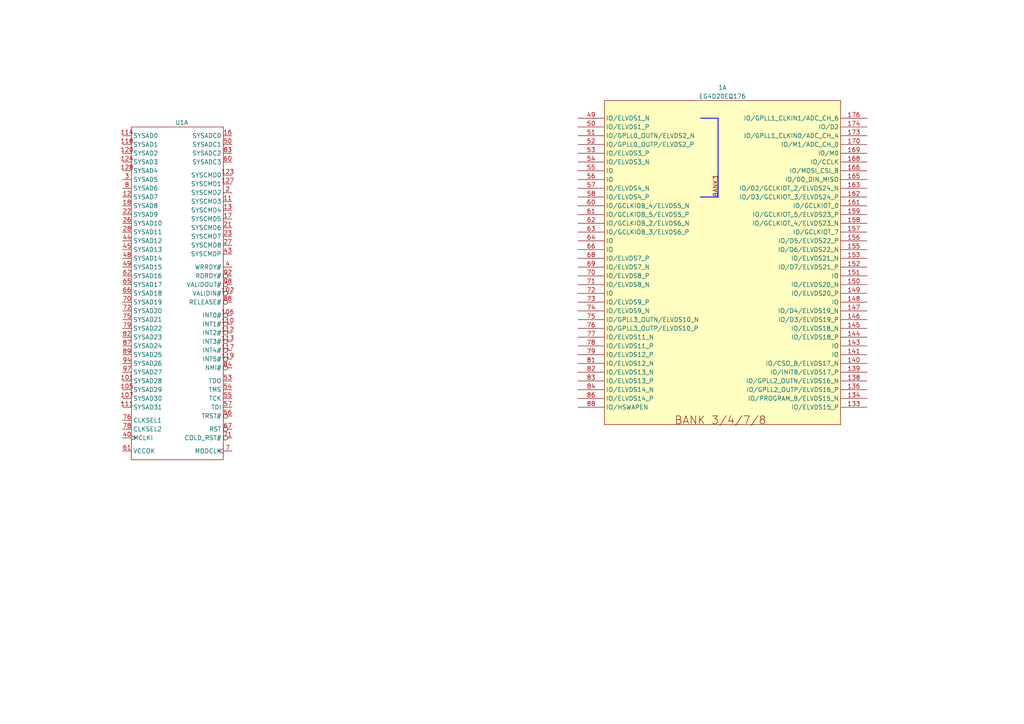
<source format=kicad_sch>
(kicad_sch (version 20230121) (generator eeschema)
  (paper "A4")
  (lib_symbols
    (symbol "LS32_ISA_MB_Library:EG4D20EQ176"
      (property "Value" "EG4D20EQ176" (at 13.97 -16.51 0))
      (symbol "EG4D20EQ176_1_0"
        (polyline (pts (xy 35.56 73.66) (xy 40.64 73.66) (xy 40.64 50.8) (xy 35.56 50.8)) (stroke (width 0.254) (color 0 0 255 1)))
        (rectangle (start 7.62 78.74) (end 76.2 -15.24) (fill (type background)))
        (text "BANK 3/4/7/8" (at 27.94 -15.24 0) (effects (font (size 2.286 2.286)) (justify left bottom)))
        (text "BANK3" (at 40.64 50.8 900) (effects (font (size 1.27 1.27)) (justify left bottom)))
        (pin passive line (at 83.82 -10.16 180) (length 7.62) (name "IO/ELVDS15_P") (number "133"))
        (pin passive line (at 83.82 -7.62 180) (length 7.62) (name "IO/PROGRAM_B/ELVDS15_N") (number "134"))
        (pin passive line (at 83.82 -5.08 180) (length 7.62) (name "IO/GPLL2_OUTP/ELVDS16_P") (number "136"))
        (pin passive line (at 83.82 -2.54 180) (length 7.62) (name "IO/GPLL2_OUTN/ELVDS16_N") (number "138"))
        (pin passive line (at 83.82 0 180) (length 7.62) (name "IO/INITB/ELVDS17_P") (number "139"))
        (pin passive line (at 83.82 2.54 180) (length 7.62) (name "IO/CSO_B/ELVDS17_N") (number "140"))
        (pin passive line (at 83.82 5.08 180) (length 7.62) (name "IO") (number "141"))
        (pin passive line (at 83.82 7.62 180) (length 7.62) (name "IO") (number "143"))
        (pin passive line (at 83.82 10.16 180) (length 7.62) (name "IO/ELVDS18_P") (number "144"))
        (pin passive line (at 83.82 12.7 180) (length 7.62) (name "IO/ELVDS18_N") (number "145"))
        (pin passive line (at 83.82 15.24 180) (length 7.62) (name "IO/D3/ELVDS19_P") (number "146"))
        (pin passive line (at 83.82 17.78 180) (length 7.62) (name "IO/D4/ELVDS19_N") (number "147"))
        (pin passive line (at 83.82 20.32 180) (length 7.62) (name "IO") (number "148"))
        (pin passive line (at 83.82 22.86 180) (length 7.62) (name "IO/ELVDS20_P") (number "149"))
        (pin passive line (at 83.82 25.4 180) (length 7.62) (name "IO/ELVDS20_N") (number "150"))
        (pin passive line (at 83.82 27.94 180) (length 7.62) (name "IO") (number "151"))
        (pin passive line (at 83.82 30.48 180) (length 7.62) (name "IO/D7/ELVDS21_P") (number "152"))
        (pin passive line (at 83.82 33.02 180) (length 7.62) (name "IO/ELVDS21_N") (number "153"))
        (pin passive line (at 83.82 35.56 180) (length 7.62) (name "IO/D6/ELVDS22_N") (number "155"))
        (pin passive line (at 83.82 38.1 180) (length 7.62) (name "IO/D5/ELVDS22_P") (number "156"))
        (pin passive line (at 83.82 40.64 180) (length 7.62) (name "IO/GCLKIOT_7") (number "157"))
        (pin passive line (at 83.82 43.18 180) (length 7.62) (name "IO/GCLKIOT_4/ELVDS23_N") (number "158"))
        (pin passive line (at 83.82 45.72 180) (length 7.62) (name "IO/GCLKIOT_5/ELVDS23_P") (number "159"))
        (pin passive line (at 83.82 48.26 180) (length 7.62) (name "IO/GCLKIOT_0") (number "161"))
        (pin passive line (at 83.82 50.8 180) (length 7.62) (name "IO/D3/GCLKIOT_3/ELVDS24_P") (number "162"))
        (pin passive line (at 83.82 53.34 180) (length 7.62) (name "IO/D2/GCLKIOT_2/ELVDS24_N") (number "163"))
        (pin passive line (at 83.82 55.88 180) (length 7.62) (name "IO/D0_DIN_MISO") (number "165"))
        (pin passive line (at 83.82 58.42 180) (length 7.62) (name "IO/MOSI_CSI_B") (number "166"))
        (pin passive line (at 83.82 60.96 180) (length 7.62) (name "IO/CCLK") (number "168"))
        (pin passive line (at 83.82 63.5 180) (length 7.62) (name "IO/M0") (number "169"))
        (pin passive line (at 83.82 66.04 180) (length 7.62) (name "IO/M1/ADC_CH_0") (number "170"))
        (pin passive line (at 83.82 68.58 180) (length 7.62) (name "IO/GPLL1_CLKIN0/ADC_CH_4") (number "173"))
        (pin passive line (at 83.82 71.12 180) (length 7.62) (name "IO/D2") (number "174"))
        (pin passive line (at 83.82 73.66 180) (length 7.62) (name "IO/GPLL1_CLKIN1/ADC_CH_6") (number "176"))
        (pin passive line (at 0 73.66 0) (length 7.62) (name "IO/ELVDS1_N") (number "49"))
        (pin passive line (at 0 71.12 0) (length 7.62) (name "IO/ELVDS1_P") (number "50"))
        (pin passive line (at 0 68.58 0) (length 7.62) (name "IO/GPLL0_OUTN/ELVDS2_N") (number "51"))
        (pin passive line (at 0 66.04 0) (length 7.62) (name "IO/GPLL0_OUTP/ELVDS2_P") (number "52"))
        (pin passive line (at 0 63.5 0) (length 7.62) (name "IO/ELVDS3_P") (number "53"))
        (pin passive line (at 0 60.96 0) (length 7.62) (name "IO/ELVDS3_N") (number "54"))
        (pin passive line (at 0 58.42 0) (length 7.62) (name "IO") (number "55"))
        (pin passive line (at 0 55.88 0) (length 7.62) (name "IO") (number "56"))
        (pin passive line (at 0 53.34 0) (length 7.62) (name "IO/ELVDS4_N") (number "57"))
        (pin passive line (at 0 50.8 0) (length 7.62) (name "IO/ELVDS4_P") (number "58"))
        (pin passive line (at 0 48.26 0) (length 7.62) (name "IO/GCLKIOB_4/ELVDS5_N") (number "60"))
        (pin passive line (at 0 45.72 0) (length 7.62) (name "IO/GCLKIOB_5/ELVDS5_P") (number "61"))
        (pin passive line (at 0 43.18 0) (length 7.62) (name "IO/GCLKIOB_2/ELVDS6_N") (number "62"))
        (pin passive line (at 0 40.64 0) (length 7.62) (name "IO/GCLKIOB_3/ELVDS6_P") (number "63"))
        (pin passive line (at 0 38.1 0) (length 7.62) (name "IO") (number "64"))
        (pin passive line (at 0 35.56 0) (length 7.62) (name "IO") (number "66"))
        (pin passive line (at 0 33.02 0) (length 7.62) (name "IO/ELVDS7_P") (number "68"))
        (pin passive line (at 0 30.48 0) (length 7.62) (name "IO/ELVDS7_N") (number "69"))
        (pin passive line (at 0 27.94 0) (length 7.62) (name "IO/ELVDS8_P") (number "70"))
        (pin passive line (at 0 25.4 0) (length 7.62) (name "IO/ELVDS8_N") (number "71"))
        (pin passive line (at 0 22.86 0) (length 7.62) (name "IO") (number "72"))
        (pin passive line (at 0 20.32 0) (length 7.62) (name "IO/ELVDS9_P") (number "73"))
        (pin passive line (at 0 17.78 0) (length 7.62) (name "IO/ELVDS9_N") (number "74"))
        (pin passive line (at 0 15.24 0) (length 7.62) (name "IO/GPLL3_OUTN/ELVDS10_N") (number "75"))
        (pin passive line (at 0 12.7 0) (length 7.62) (name "IO/GPLL3_OUTP/ELVDS10_P") (number "76"))
        (pin passive line (at 0 10.16 0) (length 7.62) (name "IO/ELVDS11_N") (number "77"))
        (pin passive line (at 0 7.62 0) (length 7.62) (name "IO/ELVDS11_P") (number "78"))
        (pin passive line (at 0 5.08 0) (length 7.62) (name "IO/ELVDS12_P") (number "79"))
        (pin passive line (at 0 2.54 0) (length 7.62) (name "IO/ELVDS12_N") (number "81"))
        (pin passive line (at 0 0 0) (length 7.62) (name "IO/ELVDS13_N") (number "82"))
        (pin passive line (at 0 -2.54 0) (length 7.62) (name "IO/ELVDS13_P") (number "83"))
        (pin passive line (at 0 -5.08 0) (length 7.62) (name "IO/ELVDS14_N") (number "84"))
        (pin passive line (at 0 -7.62 0) (length 7.62) (name "IO/ELVDS14_P") (number "86"))
        (pin passive line (at 0 -10.16 0) (length 7.62) (name "IO/HSWAPEN") (number "88"))
      )
      (symbol "EG4D20EQ176_2_0"
        (rectangle (start 91.44 55.88) (end 43.18 -33.02) (fill (type background)))
        (text "2.5V IO" (at 45.72 -20.32 0) (effects (font (size 2.286 2.286)) (justify left bottom)))
        (text "BANK 1/2/5/6" (at 45.72 -25.4 0) (effects (font (size 2.286 2.286)) (justify left bottom)))
        (pin passive line (at 35.56 40.64 0) (length 7.62) (name "IO/DONE/LVDS2_P") (number "10"))
        (pin passive line (at 99.06 -7.62 180) (length 7.62) (name "IO/LVDS15_P") (number "100"))
        (pin passive line (at 99.06 -5.08 180) (length 7.62) (name "IO/LVDS15_N") (number "101"))
        (pin passive line (at 99.06 -2.54 180) (length 7.62) (name "IO/LVDS16_N") (number "102"))
        (pin passive line (at 99.06 0 180) (length 7.62) (name "IO/LVDS16_P") (number "103"))
        (pin passive line (at 99.06 2.54 180) (length 7.62) (name "IO") (number "104"))
        (pin passive line (at 99.06 5.08 180) (length 7.62) (name "IO/LVDS17_P") (number "106"))
        (pin passive line (at 99.06 7.62 180) (length 7.62) (name "IO/LVDS17_N") (number "107"))
        (pin passive line (at 99.06 10.16 180) (length 7.62) (name "IO") (number "109"))
        (pin passive line (at 35.56 38.1 0) (length 7.62) (name "IO/LVDS2_N") (number "11"))
        (pin passive line (at 99.06 12.7 180) (length 7.62) (name "IO/LVDS18_N") (number "110"))
        (pin passive line (at 99.06 15.24 180) (length 7.62) (name "IO/LVDS18_P") (number "111"))
        (pin passive line (at 99.06 17.78 180) (length 7.62) (name "IO") (number "112"))
        (pin passive line (at 99.06 20.32 180) (length 7.62) (name "IO") (number "114"))
        (pin passive line (at 99.06 22.86 180) (length 7.62) (name "IO") (number "115"))
        (pin passive line (at 99.06 25.4 180) (length 7.62) (name "IO") (number "118"))
        (pin passive line (at 99.06 27.94 180) (length 7.62) (name "IO") (number "119"))
        (pin passive line (at 99.06 30.48 180) (length 7.62) (name "IO/LVDS19_P") (number "121"))
        (pin passive line (at 99.06 33.02 180) (length 7.62) (name "IO/LVDS19_N") (number "122"))
        (pin passive line (at 99.06 35.56 180) (length 7.62) (name "IO/LVDS20_N") (number "123"))
        (pin passive line (at 99.06 38.1 180) (length 7.62) (name "IO/LVDS20_P") (number "124"))
        (pin passive line (at 99.06 40.64 180) (length 7.62) (name "IO/LVDS21_P") (number "126"))
        (pin passive line (at 99.06 43.18 180) (length 7.62) (name "IO/LVDS21_N") (number "127"))
        (pin passive line (at 99.06 45.72 180) (length 7.62) (name "IO/LVDS22_N") (number "129"))
        (pin passive line (at 99.06 48.26 180) (length 7.62) (name "IO/LVDS22_P") (number "130"))
        (pin passive line (at 99.06 50.8 180) (length 7.62) (name "IO/LVDS23_P") (number "131"))
        (pin passive line (at 99.06 53.34 180) (length 7.62) (name "IO/LVDS23_N") (number "132"))
        (pin passive line (at 35.56 35.56 0) (length 7.62) (name "IO/LVDS3_P") (number "14"))
        (pin passive line (at 35.56 33.02 0) (length 7.62) (name "IO/LVDS3_N") (number "15"))
        (pin passive line (at 35.56 30.48 0) (length 7.62) (name "IO/LVDS4_N") (number "16"))
        (pin passive line (at 35.56 27.94 0) (length 7.62) (name "IO/LVDS4_P") (number "17"))
        (pin passive line (at 35.56 25.4 0) (length 7.62) (name "IO") (number "19"))
        (pin passive line (at 35.56 53.34 0) (length 7.62) (name "IO/LVDS1_N") (number "2"))
        (pin passive line (at 35.56 22.86 0) (length 7.62) (name "IO/GCLKIOL_5/LVDS5_P") (number "22"))
        (pin passive line (at 35.56 20.32 0) (length 7.62) (name "IO/GCLKIOL_4/LVDS5_N") (number "23"))
        (pin passive line (at 35.56 17.78 0) (length 7.62) (name "IO/GCLKIOL_6") (number "25"))
        (pin passive line (at 35.56 15.24 0) (length 7.62) (name "IO/LVDS6_P") (number "26"))
        (pin passive line (at 35.56 12.7 0) (length 7.62) (name "IO/LVDS6_N") (number "27"))
        (pin passive line (at 35.56 10.16 0) (length 7.62) (name "IO/LVDS7_P") (number "28"))
        (pin passive line (at 35.56 7.62 0) (length 7.62) (name "IO/LVDS7_N") (number "29"))
        (pin passive line (at 35.56 50.8 0) (length 7.62) (name "IO/LVDS1_P") (number "3"))
        (pin passive line (at 35.56 5.08 0) (length 7.62) (name "IO/LVDS8_N") (number "30"))
        (pin passive line (at 35.56 2.54 0) (length 7.62) (name "IO/LVDS8_P") (number "31"))
        (pin passive line (at 35.56 0 0) (length 7.62) (name "IO") (number "32"))
        (pin passive line (at 35.56 -2.54 0) (length 7.62) (name "IO") (number "35"))
        (pin passive line (at 35.56 -5.08 0) (length 7.62) (name "IO/LVDS9_N") (number "36"))
        (pin passive line (at 35.56 -7.62 0) (length 7.62) (name "IO/LVDS9_P") (number "37"))
        (pin passive line (at 35.56 -10.16 0) (length 7.62) (name "IO") (number "39"))
        (pin passive line (at 35.56 48.26 0) (length 7.62) (name "IO/LVDS24_N") (number "4"))
        (pin passive line (at 35.56 -12.7 0) (length 7.62) (name "IO/LVDS10_N") (number "41"))
        (pin passive line (at 35.56 -15.24 0) (length 7.62) (name "IO/LVDS10_P") (number "42"))
        (pin passive line (at 35.56 45.72 0) (length 7.62) (name "IO/LVDS24_P") (number "6"))
        (pin passive line (at 35.56 43.18 0) (length 7.62) (name "IO") (number "8"))
        (pin passive line (at 99.06 -30.48 180) (length 7.62) (name "IO/GPLL3_CLKIN1/LVDS11_N") (number "89"))
        (pin passive line (at 99.06 -27.94 180) (length 7.62) (name "IO/GPLL3_CLKIN0/LVDS11_P") (number "90"))
        (pin passive line (at 99.06 -25.4 180) (length 7.62) (name "IO") (number "91"))
        (pin passive line (at 99.06 -22.86 180) (length 7.62) (name "IO/LVDS12_P") (number "93"))
        (pin passive line (at 99.06 -20.32 180) (length 7.62) (name "IO/LVDS12_N") (number "94"))
        (pin passive line (at 99.06 -17.78 180) (length 7.62) (name "IO/LVDS13_N") (number "95"))
        (pin passive line (at 99.06 -15.24 180) (length 7.62) (name "IO/LVDS13_P") (number "97"))
        (pin passive line (at 99.06 -12.7 180) (length 7.62) (name "IO/LVDS14_P") (number "98"))
        (pin passive line (at 99.06 -10.16 180) (length 7.62) (name "IO/LVDS14_N") (number "99"))
      )
      (symbol "EG4D20EQ176_3_0"
        (polyline (pts (xy -10.16 27.94) (xy -7.62 27.94) (xy -7.62 5.08) (xy -10.16 5.08)) (stroke (width 0.254) (color 0 0 255 1)))
        (polyline (pts (xy -7.62 2.54) (xy -5.08 2.54) (xy -5.08 -25.4) (xy -7.62 -25.4)) (stroke (width 0.254) (color 0 0 255 1)))
        (polyline (pts (xy 2.54 2.54) (xy 0 2.54) (xy 0 -7.62) (xy 2.54 -7.62)) (stroke (width 0.254) (color 0 0 255 1)))
        (polyline (pts (xy 5.08 20.32) (xy 2.54 20.32) (xy 2.54 5.08) (xy 5.08 5.08)) (stroke (width 0.254) (color 0 0 255 1)))
        (rectangle (start 15.24 43.18) (end -17.78 -27.94) (fill (type background)))
        (text "1.2V VCore" (at -7.62 10.16 900) (effects (font (size 1.27 1.27)) (justify left bottom)))
        (text "2.5/3.3V" (at 0 -7.62 900) (effects (font (size 1.27 1.27)) (justify left bottom)))
        (text "Forced 2.5V IO" (at -5.08 -20.32 900) (effects (font (size 1.27 1.27)) (justify left bottom)))
        (text "Tied" (at 2.54 -5.08 900) (effects (font (size 1.27 1.27)) (justify left bottom)))
        (text "V Flexible" (at 2.54 7.62 900) (effects (font (size 1.27 1.27)) (justify left bottom)))
        (pin passive line (at -25.4 27.94 0) (length 7.62) (name "VCC") (number "1"))
        (pin passive line (at -25.4 -15.24 0) (length 7.62) (name "VCCIO5") (number "105"))
        (pin passive line (at -25.4 -17.78 0) (length 7.62) (name "VCCIO5") (number "108"))
        (pin passive line (at -25.4 12.7 0) (length 7.62) (name "VCC") (number "113"))
        (pin passive line (at 22.86 -12.7 180) (length 7.62) (name "GND") (number "116"))
        (pin passive line (at -25.4 -20.32 0) (length 7.62) (name "VCCIO6") (number "117"))
        (pin passive line (at -25.4 0 0) (length 7.62) (name "VCCIO1") (number "12"))
        (pin passive line (at -25.4 -22.86 0) (length 7.62) (name "VCCIO6") (number "120"))
        (pin passive line (at -25.4 -25.4 0) (length 7.62) (name "VCCIO6") (number "125"))
        (pin passive line (at -25.4 10.16 0) (length 7.62) (name "VCC") (number "128"))
        (pin passive line (at 22.86 -22.86 180) (length 7.62) (name "GND") (number "13"))
        (pin passive line (at 22.86 0 180) (length 7.62) (name "VCCAUX") (number "135"))
        (pin passive line (at -25.4 7.62 0) (length 7.62) (name "VCC") (number "137"))
        (pin passive line (at 22.86 10.16 180) (length 7.62) (name "VCCIO7") (number "142"))
        (pin passive line (at 22.86 12.7 180) (length 7.62) (name "VCCIO7") (number "154"))
        (pin passive line (at 22.86 15.24 180) (length 7.62) (name "VCCIO7") (number "160"))
        (pin passive line (at -25.4 5.08 0) (length 7.62) (name "VCC") (number "164"))
        (pin passive line (at 22.86 17.78 180) (length 7.62) (name "VCCIO8") (number "167"))
        (pin passive line (at 22.86 20.32 180) (length 7.62) (name "VCCIO8") (number "171"))
        (pin passive line (at 22.86 25.4 180) (length 7.62) (name "ADC_REF") (number "172"))
        (pin passive line (at 22.86 2.54 180) (length 7.62) (name "VCCAUX") (number "175"))
        (pin passive line (at 22.86 -10.16 180) (length 7.62) (name "GND") (number "177"))
        (pin passive line (at -25.4 -2.54 0) (length 7.62) (name "VCCIO1") (number "18"))
        (pin passive line (at -25.4 25.4 0) (length 7.62) (name "VCC") (number "20"))
        (pin passive line (at 22.86 -20.32 180) (length 7.62) (name "GND") (number "21"))
        (pin passive line (at -25.4 -5.08 0) (length 7.62) (name "VCCIO2") (number "24"))
        (pin passive line (at 22.86 -17.78 180) (length 7.62) (name "GND") (number "33"))
        (pin passive line (at -25.4 -7.62 0) (length 7.62) (name "VCCIO2") (number "34"))
        (pin passive line (at 22.86 -15.24 180) (length 7.62) (name "GND") (number "38"))
        (pin passive line (at -25.4 -10.16 0) (length 7.62) (name "VCCIO2") (number "40"))
        (pin passive line (at 22.86 33.02 180) (length 7.62) (name "IO/TDO") (number "43"))
        (pin passive line (at 22.86 35.56 180) (length 7.62) (name "IO/TMS") (number "44"))
        (pin passive line (at 22.86 -5.08 180) (length 7.62) (name "VCCAUX") (number "45"))
        (pin passive line (at 22.86 38.1 180) (length 7.62) (name "IO/TDI") (number "46"))
        (pin passive line (at 22.86 40.64 180) (length 7.62) (name "IO/TCK") (number "47"))
        (pin passive line (at -25.4 22.86 0) (length 7.62) (name "VCC") (number "48"))
        (pin passive line (at 22.86 27.94 180) (length 7.62) (name "DDR_VREF") (number "5"))
        (pin passive line (at 22.86 -7.62 180) (length 7.62) (name "VCCIO3") (number "59"))
        (pin passive line (at -25.4 20.32 0) (length 7.62) (name "VCC") (number "65"))
        (pin passive line (at 22.86 5.08 180) (length 7.62) (name "VCCIO4") (number "67"))
        (pin passive line (at -25.4 2.54 0) (length 7.62) (name "VCCIO1") (number "7"))
        (pin passive line (at 22.86 7.62 180) (length 7.62) (name "VCCIO4") (number "80"))
        (pin passive line (at -25.4 17.78 0) (length 7.62) (name "VCC") (number "85"))
        (pin passive line (at 22.86 -2.54 180) (length 7.62) (name "VCCAUX") (number "87"))
        (pin passive line (at 22.86 -25.4 180) (length 7.62) (name "GND") (number "9"))
        (pin passive line (at -25.4 15.24 0) (length 7.62) (name "VCC") (number "92"))
        (pin passive line (at -25.4 -12.7 0) (length 7.62) (name "VCCIO5") (number "96"))
      )
    )
    (symbol "LS32_ISA_MB_Library:LS32_CPU"
      (property "Reference" "U" (at 11.43 0 0))
      (symbol "LS32_CPU_1_0"
        (pin bidirectional line (at 1.27 22.86 0) (length 2.54) (name "SYSAD28") (number "101"))
        (pin input inverted (at 33.02 48.26 180) (length 2.54) (name "VALIDIN#") (number "102"))
        (pin bidirectional line (at 1.27 20.32 0) (length 2.54) (name "SYSAD29") (number "105"))
        (pin input inverted (at 33.02 41.91 180) (length 2.54) (name "INT0#") (number "106"))
        (pin bidirectional line (at 1.27 17.78 0) (length 2.54) (name "SYSAD30") (number "107"))
        (pin bidirectional line (at 33.02 74.93 180) (length 2.54) (name "SYSCMD3") (number "11"))
        (pin input inverted (at 33.02 39.37 180) (length 2.54) (name "INT1#") (number "110"))
        (pin bidirectional line (at 1.27 15.24 0) (length 2.54) (name "SYSAD31") (number "111"))
        (pin input inverted (at 33.02 36.83 180) (length 2.54) (name "INT2#") (number "112"))
        (pin input inverted (at 33.02 34.29 180) (length 2.54) (name "INT3#") (number "113"))
        (pin bidirectional line (at 1.27 93.98 0) (length 2.54) (name "SYSAD0") (number "114"))
        (pin input inverted (at 33.02 31.75 180) (length 2.54) (name "INT4#") (number "117"))
        (pin bidirectional line (at 1.27 91.44 0) (length 2.54) (name "SYSAD1") (number "118"))
        (pin input inverted (at 33.02 29.21 180) (length 2.54) (name "INT5#") (number "119"))
        (pin bidirectional line (at 1.27 76.2 0) (length 2.54) (name "SYSAD7") (number "12"))
        (pin bidirectional line (at 1.27 88.9 0) (length 2.54) (name "SYSAD2") (number "120"))
        (pin bidirectional line (at 33.02 82.55 180) (length 2.54) (name "SYSCMD0") (number "123"))
        (pin bidirectional line (at 1.27 86.36 0) (length 2.54) (name "SYSAD3") (number "124"))
        (pin bidirectional line (at 33.02 80.01 180) (length 2.54) (name "SYSCMD1") (number "127"))
        (pin bidirectional line (at 1.27 83.82 0) (length 2.54) (name "SYSAD4") (number "128"))
        (pin bidirectional line (at 33.02 72.39 180) (length 2.54) (name "SYSCMD4") (number "13"))
        (pin bidirectional line (at 33.02 93.98 180) (length 2.54) (name "SYSADC0") (number "16"))
        (pin bidirectional line (at 33.02 69.85 180) (length 2.54) (name "SYSCMD5") (number "17"))
        (pin bidirectional line (at 1.27 73.66 0) (length 2.54) (name "SYSAD8") (number "18"))
        (pin bidirectional line (at 33.02 67.31 180) (length 2.54) (name "SYSCMD6") (number "21"))
        (pin bidirectional line (at 1.27 71.12 0) (length 2.54) (name "SYSAD9") (number "22"))
        (pin bidirectional line (at 33.02 64.77 180) (length 2.54) (name "SYSCMD7") (number "23"))
        (pin bidirectional line (at 1.27 68.58 0) (length 2.54) (name "SYSAD10") (number "26"))
        (pin bidirectional line (at 33.02 62.23 180) (length 2.54) (name "SYSCMD8") (number "27"))
        (pin bidirectional line (at 1.27 66.04 0) (length 2.54) (name "SYSAD11") (number "28"))
        (pin input line (at 33.02 55.88 180) (length 2.54) (name "WRRDY#") (number "4"))
        (pin input clock (at 1.27 6.35 0) (length 2.54) (name "MCLKI") (number "40"))
        (pin bidirectional line (at 33.02 59.69 180) (length 2.54) (name "SYSCMDP") (number "43"))
        (pin bidirectional line (at 1.27 63.5 0) (length 2.54) (name "SYSAD12") (number "44"))
        (pin bidirectional line (at 1.27 60.96 0) (length 2.54) (name "SYSAD13") (number "45"))
        (pin bidirectional line (at 1.27 58.42 0) (length 2.54) (name "SYSAD14") (number "48"))
        (pin bidirectional line (at 1.27 55.88 0) (length 2.54) (name "SYSAD15") (number "49"))
        (pin bidirectional line (at 33.02 91.44 180) (length 2.54) (name "SYSADC1") (number "50"))
        (pin output line (at 33.02 22.86 180) (length 2.54) (name "TDO") (number "53"))
        (pin input line (at 33.02 20.32 180) (length 2.54) (name "TMS") (number "54"))
        (pin input line (at 33.02 17.78 180) (length 2.54) (name "TCK") (number "55"))
        (pin input inverted (at 33.02 12.7 180) (length 2.54) (name "TRST#") (number "56"))
        (pin input line (at 33.02 15.24 180) (length 2.54) (name "TDI") (number "57"))
        (pin bidirectional line (at 33.02 86.36 180) (length 2.54) (name "SYSADC3") (number "60"))
        (pin input line (at 1.27 2.54 0) (length 2.54) (name "VCCOK") (number "61"))
        (pin bidirectional line (at 1.27 53.34 0) (length 2.54) (name "SYSAD16") (number "62"))
        (pin bidirectional line (at 1.27 50.8 0) (length 2.54) (name "SYSAD17") (number "65"))
        (pin bidirectional line (at 1.27 48.26 0) (length 2.54) (name "SYSAD18") (number "66"))
        (pin input inverted (at 33.02 8.89 180) (length 2.54) (name "RST") (number "67"))
        (pin output clock (at 33.02 2.54 180) (length 2.54) (name "MODCLK") (number "7"))
        (pin bidirectional line (at 1.27 45.72 0) (length 2.54) (name "SYSAD19") (number "70"))
        (pin input inverted (at 33.02 6.35 180) (length 2.54) (name "COLD_RST#") (number "71"))
        (pin bidirectional line (at 1.27 43.18 0) (length 2.54) (name "SYSAD20") (number "72"))
        (pin bidirectional line (at 1.27 40.64 0) (length 2.54) (name "SYSAD21") (number "75"))
        (pin input line (at 1.27 11.43 0) (length 2.54) (name "CLKSEL1") (number "76"))
        (pin input line (at 1.27 8.89 0) (length 2.54) (name "CLKSEL2") (number "78"))
        (pin bidirectional line (at 1.27 38.1 0) (length 2.54) (name "SYSAD22") (number "79"))
        (pin bidirectional line (at 1.27 78.74 0) (length 2.54) (name "SYSAD6") (number "8"))
        (pin bidirectional line (at 1.27 35.56 0) (length 2.54) (name "SYSAD23") (number "82"))
        (pin bidirectional line (at 33.02 88.9 180) (length 2.54) (name "SYSADC2") (number "83"))
        (pin input inverted (at 33.02 26.67 180) (length 2.54) (name "NMI#") (number "84"))
        (pin bidirectional line (at 1.27 33.02 0) (length 2.54) (name "SYSAD24") (number "87"))
        (pin output inverted (at 33.02 45.72 180) (length 2.54) (name "RELEASE#") (number "88"))
        (pin bidirectional line (at 1.27 30.48 0) (length 2.54) (name "SYSAD25") (number "89"))
        (pin output inverted (at 33.02 53.34 180) (length 2.54) (name "RDRDY#") (number "92"))
        (pin bidirectional line (at 1.27 27.94 0) (length 2.54) (name "SYSAD26") (number "94"))
        (pin bidirectional line (at 1.27 25.4 0) (length 2.54) (name "SYSAD27") (number "97"))
        (pin output inverted (at 33.02 50.8 180) (length 2.54) (name "VALIDOUT#") (number "98"))
      )
      (symbol "LS32_CPU_1_1"
        (rectangle (start 3.81 96.52) (end 30.48 0))
        (pin bidirectional line (at 33.02 77.47 180) (length 2.54) (name "SYSCMD2") (number "2"))
        (pin bidirectional line (at 1.27 81.28 0) (length 2.54) (name "SYSAD5") (number "3"))
      )
      (symbol "LS32_CPU_2_0"
        (pin power_in line (at 31.75 29.21 180) (length 2.54) (name "VSSIO") (number "10"))
        (pin power_in line (at 31.75 48.26 180) (length 2.54) (name "VSSC") (number "100"))
        (pin power_in line (at 7.62 60.96 0) (length 2.54) (name "VDDC") (number "103"))
        (pin power_in line (at 31.75 60.96 180) (length 2.54) (name "VSSC") (number "104"))
        (pin power_in line (at 31.75 15.24 180) (length 2.54) (name "VDDIO") (number "108"))
        (pin power_in line (at 31.75 26.67 180) (length 2.54) (name "VSSIO") (number "109"))
        (pin power_in line (at 7.62 53.34 0) (length 2.54) (name "VDDC") (number "115"))
        (pin power_in line (at 31.75 55.88 180) (length 2.54) (name "VSSC") (number "116"))
        (pin power_in line (at 7.62 43.18 0) (length 2.54) (name "VDDC") (number "121"))
        (pin power_in line (at 31.75 43.18 180) (length 2.54) (name "VSSC") (number "122"))
        (pin power_in line (at 7.62 35.56 0) (length 2.54) (name "VDDC") (number "125"))
        (pin power_in line (at 31.75 38.1 180) (length 2.54) (name "VSSC") (number "126"))
        (pin power_in line (at 7.62 78.74 0) (length 2.54) (name "VDDC") (number "14"))
        (pin power_in line (at 31.75 78.74 180) (length 2.54) (name "VSSC") (number "15"))
        (pin power_in line (at 7.62 73.66 0) (length 2.54) (name "VDDC") (number "19"))
        (pin power_in line (at 31.75 73.66 180) (length 2.54) (name "VSSC") (number "20"))
        (pin power_in line (at 7.62 68.58 0) (length 2.54) (name "VDDC") (number "24"))
        (pin power_in line (at 31.75 68.58 180) (length 2.54) (name "VSSC") (number "25"))
        (pin power_in line (at 7.62 20.32 0) (length 2.54) (name "PVSS") (number "29"))
        (pin power_in line (at 7.62 17.78 0) (length 2.54) (name "PVDD") (number "30"))
        (pin no_connect line (at 7.62 3.81 0) (length 2.54) (name "N.C.") (number "31"))
        (pin no_connect line (at 31.75 8.89 180) (length 2.54) (name "N.C.") (number "32"))
        (pin no_connect line (at 31.75 6.35 180) (length 2.54) (name "N.C.") (number "33"))
        (pin power_in line (at 7.62 25.4 0) (length 2.54) (name "PVDDIO") (number "34"))
        (pin power_in line (at 7.62 22.86 0) (length 2.54) (name "PVSSIO") (number "35"))
        (pin power_in line (at 7.62 31.75 0) (length 2.54) (name "PVSSC") (number "36"))
        (pin power_in line (at 7.62 29.21 0) (length 2.54) (name "PVDDC") (number "37"))
        (pin unspecified line (at 7.62 6.35 0) (length 2.54) (name "RSVD") (number "38"))
        (pin no_connect line (at 31.75 3.81 180) (length 2.54) (name "N.C.") (number "39"))
        (pin power_in line (at 31.75 12.7 180) (length 2.54) (name "VDDIO") (number "41"))
        (pin power_in line (at 31.75 24.13 180) (length 2.54) (name "VSSIO") (number "42"))
        (pin power_in line (at 7.62 48.26 0) (length 2.54) (name "VDDC") (number "46"))
        (pin power_in line (at 31.75 50.8 180) (length 2.54) (name "VSSC") (number "47"))
        (pin power_in line (at 7.62 71.12 0) (length 2.54) (name "VDDC") (number "5"))
        (pin power_in line (at 7.62 45.72 0) (length 2.54) (name "VDDC") (number "51"))
        (pin power_in line (at 31.75 45.72 180) (length 2.54) (name "VSSC") (number "52"))
        (pin power_in line (at 7.62 40.64 0) (length 2.54) (name "VDDC") (number "58"))
        (pin power_in line (at 31.75 35.56 180) (length 2.54) (name "VSSC") (number "59"))
        (pin power_in line (at 31.75 71.12 180) (length 2.54) (name "VSSC") (number "6"))
        (pin power_in line (at 7.62 38.1 0) (length 2.54) (name "VDDC") (number "63"))
        (pin power_in line (at 31.75 40.64 180) (length 2.54) (name "VSSC") (number "64"))
        (pin power_in line (at 7.62 76.2 0) (length 2.54) (name "VDDC") (number "68"))
        (pin power_in line (at 31.75 76.2 180) (length 2.54) (name "VSSC") (number "69"))
        (pin power_in line (at 31.75 17.78 180) (length 2.54) (name "VDDIO") (number "73"))
        (pin power_in line (at 31.75 31.75 180) (length 2.54) (name "VSSIO") (number "74"))
        (pin unspecified line (at 7.62 11.43 0) (length 2.54) (name "RSVD") (number "77"))
        (pin power_in line (at 7.62 66.04 0) (length 2.54) (name "VDDC") (number "80"))
        (pin power_in line (at 31.75 66.04 180) (length 2.54) (name "VSSC") (number "81"))
        (pin power_in line (at 7.62 63.5 0) (length 2.54) (name "VDDC") (number "85"))
        (pin power_in line (at 31.75 63.5 180) (length 2.54) (name "VSSC") (number "86"))
        (pin power_in line (at 31.75 20.32 180) (length 2.54) (name "VDDIO") (number "9"))
        (pin power_in line (at 7.62 55.88 0) (length 2.54) (name "VDDC") (number "90"))
        (pin power_in line (at 31.75 53.34 180) (length 2.54) (name "VSSC") (number "91"))
        (pin unspecified line (at 7.62 8.89 0) (length 2.54) (name "RSVD") (number "93"))
        (pin power_in line (at 7.62 58.42 0) (length 2.54) (name "VDDC") (number "95"))
        (pin power_in line (at 31.75 58.42 180) (length 2.54) (name "VSSC") (number "96"))
        (pin power_in line (at 7.62 50.8 0) (length 2.54) (name "VDDC") (number "99"))
      )
      (symbol "LS32_CPU_2_1"
        (rectangle (start 10.16 81.28) (end 29.21 1.27))
        (pin unspecified line (at 7.62 13.97 0) (length 2.54) (name "RSVD") (number "1"))
      )
    )
  )
  (symbol (lib_id "LS32_ISA_MB_Library:EG4D20EQ176") (at 167.64 107.95 0) (unit 1)
    (property "Reference" "1" (at 209.55 25.4 0))
    (property "Value" "EG4D20EQ176" (at 209.55 27.94 0))
  )
  (symbol (lib_id "LS32_ISA_MB_Library:LS32_CPU") (at 34.29 133.35 0) (unit 1)
    (property "Reference" "U1" (at 52.705 35.56 0))
    (property "Value" "~" (at 35.56 116.84 0))
  )
)
</source>
